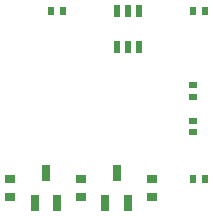
<source format=gtp>
%FSTAX23Y23*%
%MOIN*%
%SFA1B1*%

%IPPOS*%
%AMD12*
4,1,8,-0.016300,-0.013800,0.016300,-0.013800,0.017700,-0.012400,0.017700,0.012400,0.016300,0.013800,-0.016300,0.013800,-0.017700,0.012400,-0.017700,-0.012400,-0.016300,-0.013800,0.0*
1,1,0.002760,-0.016300,-0.012400*
1,1,0.002760,0.016300,-0.012400*
1,1,0.002760,0.016300,0.012400*
1,1,0.002760,-0.016300,0.012400*
%
%AMD14*
4,1,8,-0.013800,0.024800,-0.013800,-0.024800,-0.011000,-0.027600,0.011000,-0.027600,0.013800,-0.024800,0.013800,0.024800,0.011000,0.027600,-0.011000,0.027600,-0.013800,0.024800,0.0*
1,1,0.005520,-0.011000,0.024800*
1,1,0.005520,-0.011000,-0.024800*
1,1,0.005520,0.011000,-0.024800*
1,1,0.005520,0.011000,0.024800*
%
%AMD15*
4,1,8,0.010800,-0.017000,0.010800,0.017000,0.008100,0.019700,-0.008100,0.019700,-0.010800,0.017000,-0.010800,-0.017000,-0.008100,-0.019700,0.008100,-0.019700,0.010800,-0.017000,0.0*
1,1,0.005420,0.008100,-0.017000*
1,1,0.005420,0.008100,0.017000*
1,1,0.005420,-0.008100,0.017000*
1,1,0.005420,-0.008100,-0.017000*
%
%AMD16*
4,1,8,0.010800,-0.017000,0.010800,0.017000,0.008100,0.019700,-0.008100,0.019700,-0.010800,0.017000,-0.010800,-0.017000,-0.008100,-0.019700,0.008100,-0.019700,0.010800,-0.017000,0.0*
1,1,0.005420,0.008100,-0.017000*
1,1,0.005420,0.008100,0.017000*
1,1,0.005420,-0.008100,0.017000*
1,1,0.005420,-0.008100,-0.017000*
%
%ADD10R,0.023620X0.027560*%
%ADD11R,0.027560X0.023620*%
G04~CAMADD=12~8~0.0~0.0~354.3~275.6~13.8~0.0~15~0.0~0.0~0.0~0.0~0~0.0~0.0~0.0~0.0~0~0.0~0.0~0.0~180.0~354.0~276.0*
%ADD12D12*%
%ADD13R,0.035430X0.027560*%
G04~CAMADD=14~8~0.0~0.0~551.2~275.6~27.6~0.0~15~0.0~0.0~0.0~0.0~0~0.0~0.0~0.0~0.0~0~0.0~0.0~0.0~90.0~276.0~552.0*
%ADD14D14*%
G04~CAMADD=15~8~0.0~0.0~393.7~216.5~27.1~0.0~15~0.0~0.0~0.0~0.0~0~0.0~0.0~0.0~0.0~0~0.0~0.0~0.0~270.0~217.0~394.0*
%ADD15D15*%
G04~CAMADD=16~8~0.0~0.0~393.7~216.5~27.1~0.0~15~0.0~0.0~0.0~0.0~0~0.0~0.0~0.0~0.0~0~0.0~0.0~0.0~270.0~217.0~394.0*
%ADD16D16*%
%LNcsgb-1*%
%LPD*%
G54D10*
X00334Y00866D03*
X00295D03*
X00767D03*
X00807D03*
X00767Y00305D03*
X00807D03*
G54D11*
X00767Y00462D03*
Y00501D03*
Y0058D03*
Y0062D03*
G54D12*
X00159Y00248D03*
Y00307D03*
G54D13*
X00395Y00248D03*
Y00307D03*
X00631Y00248D03*
Y00307D03*
G54D14*
X00277Y00326D03*
X00314Y00228D03*
X0024D03*
X00513Y00326D03*
X00551Y00228D03*
X00476D03*
G54D15*
X00588Y00748D03*
X00513D03*
Y00866D03*
X00588D03*
G54D16*
X00551Y00866D03*
Y00748D03*
M02*
</source>
